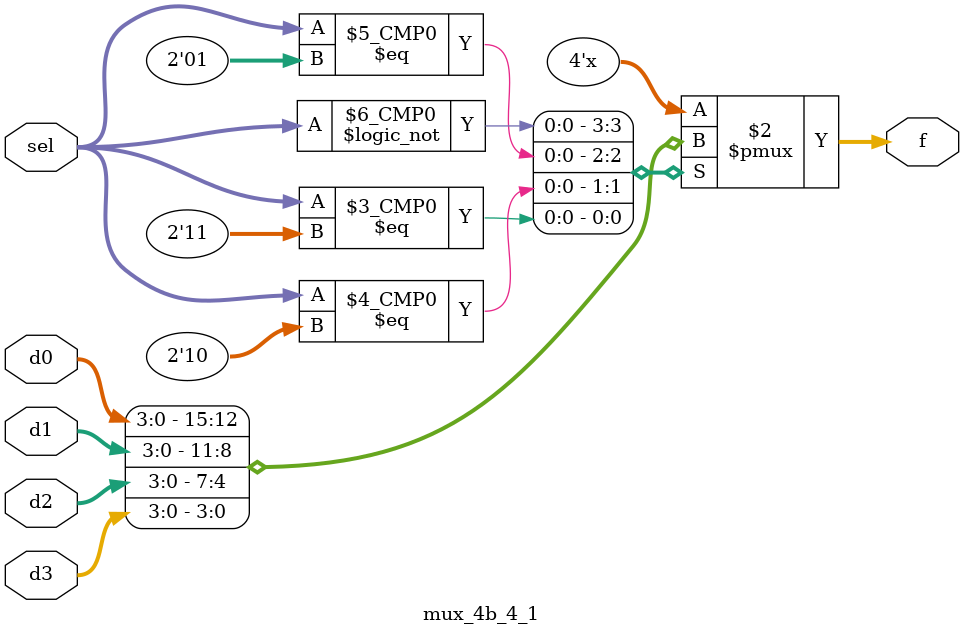
<source format=v>
module mux_4b_4_1(
	input wire [1:0] sel,
	input wire [3:0] d3, d2, d1, d0,
	output reg [3:0] f
);

	always @(d3 or d2 or d1 or d0 or sel)
		case (sel)
			2'b00 : f = d0;
			2'b01 : f = d1;
			2'b10 : f = d2;
			2'b11 : f = d3;
		endcase
	
endmodule
</source>
